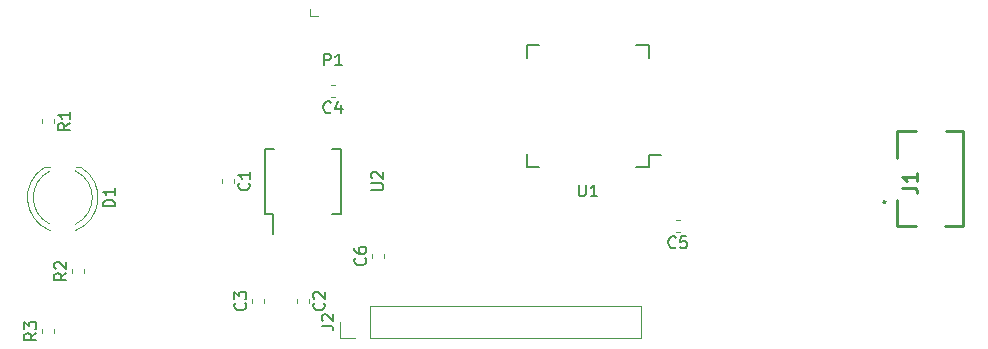
<source format=gto>
G04 #@! TF.GenerationSoftware,KiCad,Pcbnew,(5.0.2)-1*
G04 #@! TF.CreationDate,2019-02-28T20:38:06-05:00*
G04 #@! TF.ProjectId,CEC01,43454330-312e-46b6-9963-61645f706362,v0.1*
G04 #@! TF.SameCoordinates,Original*
G04 #@! TF.FileFunction,Legend,Top*
G04 #@! TF.FilePolarity,Positive*
%FSLAX46Y46*%
G04 Gerber Fmt 4.6, Leading zero omitted, Abs format (unit mm)*
G04 Created by KiCad (PCBNEW (5.0.2)-1) date 2/28/2019 8:38:06 PM*
%MOMM*%
%LPD*%
G01*
G04 APERTURE LIST*
%ADD10C,0.120000*%
%ADD11C,0.254000*%
%ADD12C,0.150000*%
G04 APERTURE END LIST*
D10*
G04 #@! TO.C,C1*
X122430000Y-70957221D02*
X122430000Y-71282779D01*
X121410000Y-70957221D02*
X121410000Y-71282779D01*
G04 #@! TO.C,C2*
X127760000Y-81117221D02*
X127760000Y-81442779D01*
X128780000Y-81117221D02*
X128780000Y-81442779D01*
G04 #@! TO.C,C3*
X124970000Y-81442779D02*
X124970000Y-81117221D01*
X123950000Y-81442779D02*
X123950000Y-81117221D01*
G04 #@! TO.C,C4*
X130972779Y-64010000D02*
X130647221Y-64010000D01*
X130972779Y-62990000D02*
X130647221Y-62990000D01*
G04 #@! TO.C,C5*
X160182779Y-75440000D02*
X159857221Y-75440000D01*
X160182779Y-74420000D02*
X159857221Y-74420000D01*
G04 #@! TO.C,C6*
X135130000Y-77632779D02*
X135130000Y-77307221D01*
X134110000Y-77632779D02*
X134110000Y-77307221D01*
G04 #@! TO.C,D1*
X109030827Y-75304815D02*
G75*
G03X109494830Y-69957000I-1080827J2787815D01*
G01*
X106869173Y-75304815D02*
G75*
G02X106405170Y-69957000I1080827J2787815D01*
G01*
X109030429Y-74771479D02*
G75*
G03X109030000Y-70262316I-1080429J2254479D01*
G01*
X106869571Y-74771479D02*
G75*
G02X106870000Y-70262316I1080429J2254479D01*
G01*
X109495000Y-69957000D02*
X109030000Y-69957000D01*
X106870000Y-69957000D02*
X106405000Y-69957000D01*
D11*
G04 #@! TO.C,J1*
X184150000Y-74930000D02*
X184150000Y-66870000D01*
X184150000Y-66870000D02*
X182703000Y-66870000D01*
X184150000Y-74930000D02*
X182647000Y-74930000D01*
X178550000Y-74930000D02*
X180155000Y-74930000D01*
X178550000Y-66870000D02*
X180197000Y-66870000D01*
X178550000Y-74930000D02*
X178550000Y-72714000D01*
X178550000Y-66870000D02*
X178550000Y-69159000D01*
X177592390Y-72884000D02*
G75*
G03X177592390Y-72884000I-71390J0D01*
G01*
D10*
G04 #@! TO.C,J2*
X156924000Y-84378100D02*
X156924000Y-81718100D01*
X134004000Y-84378100D02*
X156924000Y-84378100D01*
X134004000Y-81718100D02*
X156924000Y-81718100D01*
X134004000Y-84378100D02*
X134004000Y-81718100D01*
X132734000Y-84378100D02*
X131404000Y-84378100D01*
X131404000Y-84378100D02*
X131404000Y-83048100D01*
G04 #@! TO.C,P1*
X128905000Y-57150000D02*
X128905000Y-56515000D01*
X129540000Y-57150000D02*
X128905000Y-57150000D01*
G04 #@! TO.C,R1*
X107190000Y-65877221D02*
X107190000Y-66202779D01*
X106170000Y-65877221D02*
X106170000Y-66202779D01*
G04 #@! TO.C,R2*
X109730000Y-78902779D02*
X109730000Y-78577221D01*
X108710000Y-78902779D02*
X108710000Y-78577221D01*
G04 #@! TO.C,R3*
X106170000Y-83982779D02*
X106170000Y-83657221D01*
X107190000Y-83982779D02*
X107190000Y-83657221D01*
D12*
G04 #@! TO.C,U1*
X157575000Y-69945000D02*
X157575000Y-68945000D01*
X147225000Y-69945000D02*
X147225000Y-68870000D01*
X147225000Y-59595000D02*
X147225000Y-60670000D01*
X157575000Y-59595000D02*
X157575000Y-60670000D01*
X157575000Y-69945000D02*
X156500000Y-69945000D01*
X157575000Y-59595000D02*
X156500000Y-59595000D01*
X147225000Y-59595000D02*
X148300000Y-59595000D01*
X147225000Y-69945000D02*
X148300000Y-69945000D01*
X157575000Y-68945000D02*
X158600000Y-68945000D01*
G04 #@! TO.C,U2*
X125065000Y-73870000D02*
X125720000Y-73870000D01*
X125065000Y-68370000D02*
X125815000Y-68370000D01*
X131475000Y-68370000D02*
X130725000Y-68370000D01*
X131475000Y-73870000D02*
X130725000Y-73870000D01*
X125065000Y-73870000D02*
X125065000Y-68370000D01*
X131475000Y-73870000D02*
X131475000Y-68370000D01*
X125720000Y-73870000D02*
X125720000Y-75620000D01*
G04 #@! TO.C,C1*
X123707142Y-71286666D02*
X123754761Y-71334285D01*
X123802380Y-71477142D01*
X123802380Y-71572380D01*
X123754761Y-71715238D01*
X123659523Y-71810476D01*
X123564285Y-71858095D01*
X123373809Y-71905714D01*
X123230952Y-71905714D01*
X123040476Y-71858095D01*
X122945238Y-71810476D01*
X122850000Y-71715238D01*
X122802380Y-71572380D01*
X122802380Y-71477142D01*
X122850000Y-71334285D01*
X122897619Y-71286666D01*
X123802380Y-70334285D02*
X123802380Y-70905714D01*
X123802380Y-70620000D02*
X122802380Y-70620000D01*
X122945238Y-70715238D01*
X123040476Y-70810476D01*
X123088095Y-70905714D01*
G04 #@! TO.C,C2*
X130057142Y-81446666D02*
X130104761Y-81494285D01*
X130152380Y-81637142D01*
X130152380Y-81732380D01*
X130104761Y-81875238D01*
X130009523Y-81970476D01*
X129914285Y-82018095D01*
X129723809Y-82065714D01*
X129580952Y-82065714D01*
X129390476Y-82018095D01*
X129295238Y-81970476D01*
X129200000Y-81875238D01*
X129152380Y-81732380D01*
X129152380Y-81637142D01*
X129200000Y-81494285D01*
X129247619Y-81446666D01*
X129247619Y-81065714D02*
X129200000Y-81018095D01*
X129152380Y-80922857D01*
X129152380Y-80684761D01*
X129200000Y-80589523D01*
X129247619Y-80541904D01*
X129342857Y-80494285D01*
X129438095Y-80494285D01*
X129580952Y-80541904D01*
X130152380Y-81113333D01*
X130152380Y-80494285D01*
G04 #@! TO.C,C3*
X123387142Y-81446666D02*
X123434761Y-81494285D01*
X123482380Y-81637142D01*
X123482380Y-81732380D01*
X123434761Y-81875238D01*
X123339523Y-81970476D01*
X123244285Y-82018095D01*
X123053809Y-82065714D01*
X122910952Y-82065714D01*
X122720476Y-82018095D01*
X122625238Y-81970476D01*
X122530000Y-81875238D01*
X122482380Y-81732380D01*
X122482380Y-81637142D01*
X122530000Y-81494285D01*
X122577619Y-81446666D01*
X122482380Y-81113333D02*
X122482380Y-80494285D01*
X122863333Y-80827619D01*
X122863333Y-80684761D01*
X122910952Y-80589523D01*
X122958571Y-80541904D01*
X123053809Y-80494285D01*
X123291904Y-80494285D01*
X123387142Y-80541904D01*
X123434761Y-80589523D01*
X123482380Y-80684761D01*
X123482380Y-80970476D01*
X123434761Y-81065714D01*
X123387142Y-81113333D01*
G04 #@! TO.C,C4*
X130643333Y-65287142D02*
X130595714Y-65334761D01*
X130452857Y-65382380D01*
X130357619Y-65382380D01*
X130214761Y-65334761D01*
X130119523Y-65239523D01*
X130071904Y-65144285D01*
X130024285Y-64953809D01*
X130024285Y-64810952D01*
X130071904Y-64620476D01*
X130119523Y-64525238D01*
X130214761Y-64430000D01*
X130357619Y-64382380D01*
X130452857Y-64382380D01*
X130595714Y-64430000D01*
X130643333Y-64477619D01*
X131500476Y-64715714D02*
X131500476Y-65382380D01*
X131262380Y-64334761D02*
X131024285Y-65049047D01*
X131643333Y-65049047D01*
G04 #@! TO.C,C5*
X159853333Y-76717142D02*
X159805714Y-76764761D01*
X159662857Y-76812380D01*
X159567619Y-76812380D01*
X159424761Y-76764761D01*
X159329523Y-76669523D01*
X159281904Y-76574285D01*
X159234285Y-76383809D01*
X159234285Y-76240952D01*
X159281904Y-76050476D01*
X159329523Y-75955238D01*
X159424761Y-75860000D01*
X159567619Y-75812380D01*
X159662857Y-75812380D01*
X159805714Y-75860000D01*
X159853333Y-75907619D01*
X160758095Y-75812380D02*
X160281904Y-75812380D01*
X160234285Y-76288571D01*
X160281904Y-76240952D01*
X160377142Y-76193333D01*
X160615238Y-76193333D01*
X160710476Y-76240952D01*
X160758095Y-76288571D01*
X160805714Y-76383809D01*
X160805714Y-76621904D01*
X160758095Y-76717142D01*
X160710476Y-76764761D01*
X160615238Y-76812380D01*
X160377142Y-76812380D01*
X160281904Y-76764761D01*
X160234285Y-76717142D01*
G04 #@! TO.C,C6*
X133547142Y-77636666D02*
X133594761Y-77684285D01*
X133642380Y-77827142D01*
X133642380Y-77922380D01*
X133594761Y-78065238D01*
X133499523Y-78160476D01*
X133404285Y-78208095D01*
X133213809Y-78255714D01*
X133070952Y-78255714D01*
X132880476Y-78208095D01*
X132785238Y-78160476D01*
X132690000Y-78065238D01*
X132642380Y-77922380D01*
X132642380Y-77827142D01*
X132690000Y-77684285D01*
X132737619Y-77636666D01*
X132642380Y-76779523D02*
X132642380Y-76970000D01*
X132690000Y-77065238D01*
X132737619Y-77112857D01*
X132880476Y-77208095D01*
X133070952Y-77255714D01*
X133451904Y-77255714D01*
X133547142Y-77208095D01*
X133594761Y-77160476D01*
X133642380Y-77065238D01*
X133642380Y-76874761D01*
X133594761Y-76779523D01*
X133547142Y-76731904D01*
X133451904Y-76684285D01*
X133213809Y-76684285D01*
X133118571Y-76731904D01*
X133070952Y-76779523D01*
X133023333Y-76874761D01*
X133023333Y-77065238D01*
X133070952Y-77160476D01*
X133118571Y-77208095D01*
X133213809Y-77255714D01*
G04 #@! TO.C,D1*
X112362380Y-73255095D02*
X111362380Y-73255095D01*
X111362380Y-73017000D01*
X111410000Y-72874142D01*
X111505238Y-72778904D01*
X111600476Y-72731285D01*
X111790952Y-72683666D01*
X111933809Y-72683666D01*
X112124285Y-72731285D01*
X112219523Y-72778904D01*
X112314761Y-72874142D01*
X112362380Y-73017000D01*
X112362380Y-73255095D01*
X112362380Y-71731285D02*
X112362380Y-72302714D01*
X112362380Y-72017000D02*
X111362380Y-72017000D01*
X111505238Y-72112238D01*
X111600476Y-72207476D01*
X111648095Y-72302714D01*
G04 #@! TO.C,J1*
D11*
X179034523Y-71678333D02*
X179941666Y-71678333D01*
X180123095Y-71738809D01*
X180244047Y-71859761D01*
X180304523Y-72041190D01*
X180304523Y-72162142D01*
X180304523Y-70408333D02*
X180304523Y-71134047D01*
X180304523Y-70771190D02*
X179034523Y-70771190D01*
X179215952Y-70892142D01*
X179336904Y-71013095D01*
X179397380Y-71134047D01*
G04 #@! TO.C,J2*
D12*
X129856380Y-83381433D02*
X130570666Y-83381433D01*
X130713523Y-83429052D01*
X130808761Y-83524290D01*
X130856380Y-83667147D01*
X130856380Y-83762385D01*
X129951619Y-82952861D02*
X129904000Y-82905242D01*
X129856380Y-82810004D01*
X129856380Y-82571909D01*
X129904000Y-82476671D01*
X129951619Y-82429052D01*
X130046857Y-82381433D01*
X130142095Y-82381433D01*
X130284952Y-82429052D01*
X130856380Y-83000480D01*
X130856380Y-82381433D01*
G04 #@! TO.C,P1*
X130071904Y-61332380D02*
X130071904Y-60332380D01*
X130452857Y-60332380D01*
X130548095Y-60380000D01*
X130595714Y-60427619D01*
X130643333Y-60522857D01*
X130643333Y-60665714D01*
X130595714Y-60760952D01*
X130548095Y-60808571D01*
X130452857Y-60856190D01*
X130071904Y-60856190D01*
X131595714Y-61332380D02*
X131024285Y-61332380D01*
X131310000Y-61332380D02*
X131310000Y-60332380D01*
X131214761Y-60475238D01*
X131119523Y-60570476D01*
X131024285Y-60618095D01*
G04 #@! TO.C,R1*
X108562380Y-66206666D02*
X108086190Y-66540000D01*
X108562380Y-66778095D02*
X107562380Y-66778095D01*
X107562380Y-66397142D01*
X107610000Y-66301904D01*
X107657619Y-66254285D01*
X107752857Y-66206666D01*
X107895714Y-66206666D01*
X107990952Y-66254285D01*
X108038571Y-66301904D01*
X108086190Y-66397142D01*
X108086190Y-66778095D01*
X108562380Y-65254285D02*
X108562380Y-65825714D01*
X108562380Y-65540000D02*
X107562380Y-65540000D01*
X107705238Y-65635238D01*
X107800476Y-65730476D01*
X107848095Y-65825714D01*
G04 #@! TO.C,R2*
X108242380Y-78906666D02*
X107766190Y-79240000D01*
X108242380Y-79478095D02*
X107242380Y-79478095D01*
X107242380Y-79097142D01*
X107290000Y-79001904D01*
X107337619Y-78954285D01*
X107432857Y-78906666D01*
X107575714Y-78906666D01*
X107670952Y-78954285D01*
X107718571Y-79001904D01*
X107766190Y-79097142D01*
X107766190Y-79478095D01*
X107337619Y-78525714D02*
X107290000Y-78478095D01*
X107242380Y-78382857D01*
X107242380Y-78144761D01*
X107290000Y-78049523D01*
X107337619Y-78001904D01*
X107432857Y-77954285D01*
X107528095Y-77954285D01*
X107670952Y-78001904D01*
X108242380Y-78573333D01*
X108242380Y-77954285D01*
G04 #@! TO.C,R3*
X105702380Y-83986666D02*
X105226190Y-84320000D01*
X105702380Y-84558095D02*
X104702380Y-84558095D01*
X104702380Y-84177142D01*
X104750000Y-84081904D01*
X104797619Y-84034285D01*
X104892857Y-83986666D01*
X105035714Y-83986666D01*
X105130952Y-84034285D01*
X105178571Y-84081904D01*
X105226190Y-84177142D01*
X105226190Y-84558095D01*
X104702380Y-83653333D02*
X104702380Y-83034285D01*
X105083333Y-83367619D01*
X105083333Y-83224761D01*
X105130952Y-83129523D01*
X105178571Y-83081904D01*
X105273809Y-83034285D01*
X105511904Y-83034285D01*
X105607142Y-83081904D01*
X105654761Y-83129523D01*
X105702380Y-83224761D01*
X105702380Y-83510476D01*
X105654761Y-83605714D01*
X105607142Y-83653333D01*
G04 #@! TO.C,U1*
X151638095Y-71422380D02*
X151638095Y-72231904D01*
X151685714Y-72327142D01*
X151733333Y-72374761D01*
X151828571Y-72422380D01*
X152019047Y-72422380D01*
X152114285Y-72374761D01*
X152161904Y-72327142D01*
X152209523Y-72231904D01*
X152209523Y-71422380D01*
X153209523Y-72422380D02*
X152638095Y-72422380D01*
X152923809Y-72422380D02*
X152923809Y-71422380D01*
X152828571Y-71565238D01*
X152733333Y-71660476D01*
X152638095Y-71708095D01*
G04 #@! TO.C,U2*
X134072380Y-71881904D02*
X134881904Y-71881904D01*
X134977142Y-71834285D01*
X135024761Y-71786666D01*
X135072380Y-71691428D01*
X135072380Y-71500952D01*
X135024761Y-71405714D01*
X134977142Y-71358095D01*
X134881904Y-71310476D01*
X134072380Y-71310476D01*
X134167619Y-70881904D02*
X134120000Y-70834285D01*
X134072380Y-70739047D01*
X134072380Y-70500952D01*
X134120000Y-70405714D01*
X134167619Y-70358095D01*
X134262857Y-70310476D01*
X134358095Y-70310476D01*
X134500952Y-70358095D01*
X135072380Y-70929523D01*
X135072380Y-70310476D01*
G04 #@! TD*
M02*

</source>
